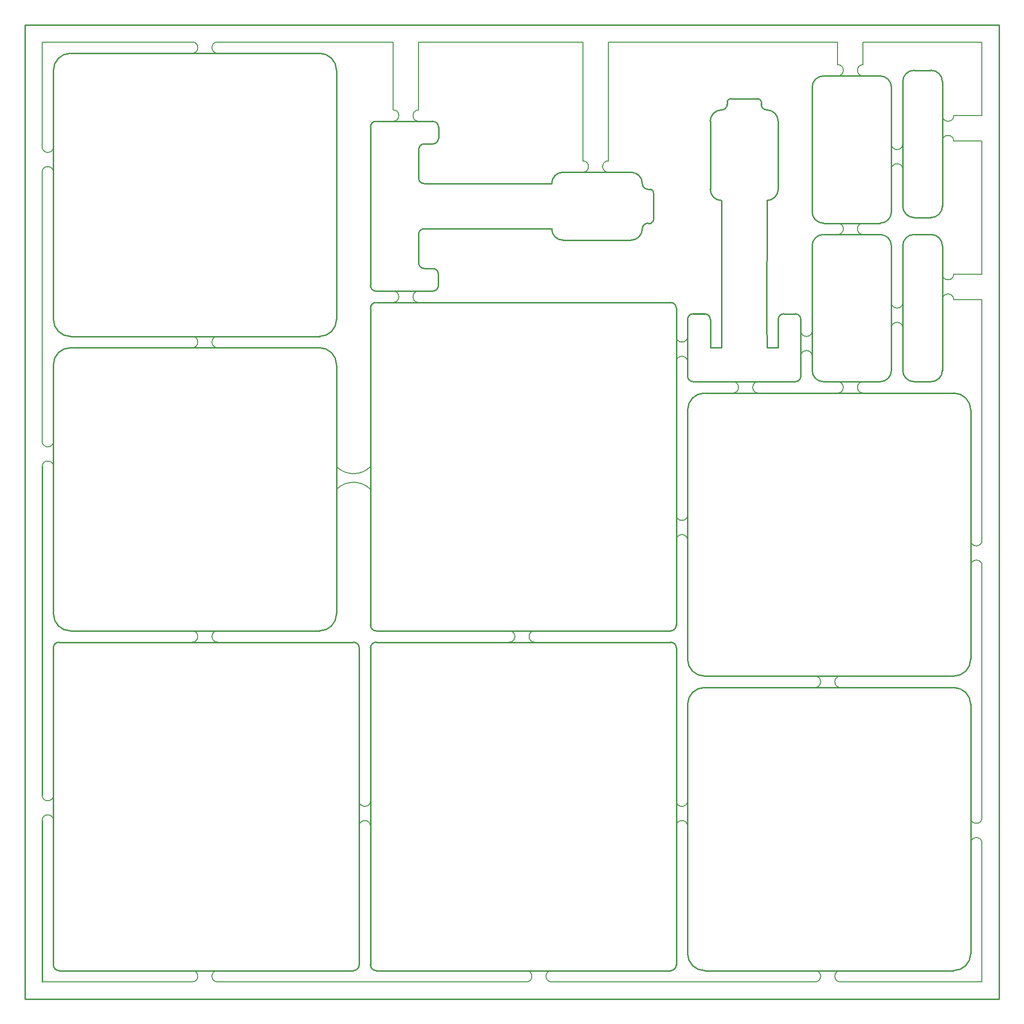
<source format=gko>
G04 Layer_Color=16711935*
%FSLAX44Y44*%
%MOMM*%
G71*
G01*
G75*
%ADD50C,0.2540*%
%ADD51C,0.2000*%
D50*
X620000Y630000D02*
G03*
X610000Y620000I0J-10000D01*
G01*
X1150000D02*
G03*
X1140000Y630000I-10000J0D01*
G01*
X610000Y60000D02*
G03*
X620000Y50000I10000J0D01*
G01*
X1140000D02*
G03*
X1150000Y60000I0J10000D01*
G01*
X580000Y50000D02*
G03*
X590000Y60000I0J10000D01*
G01*
X50000D02*
G03*
X60000Y50000I10000J0D01*
G01*
X590000Y620000D02*
G03*
X580000Y630000I-10000J0D01*
G01*
X60000D02*
G03*
X50000Y620000I0J-10000D01*
G01*
X610000Y660000D02*
G03*
X620000Y650000I10000J0D01*
G01*
X1140000D02*
G03*
X1150000Y660000I0J10000D01*
G01*
Y1220000D02*
G03*
X1140000Y1230000I-10000J-0D01*
G01*
X620000D02*
G03*
X610000Y1220000I0J-10000D01*
G01*
X1530000Y1330000D02*
G03*
X1510000Y1350000I-20000J0D01*
G01*
X1410000D02*
G03*
X1390000Y1330000I0J-20000D01*
G01*
X1510000Y1090000D02*
G03*
X1530000Y1110000I0J20000D01*
G01*
X1390000D02*
G03*
X1410000Y1090000I20000J0D01*
G01*
X1390000Y1390000D02*
G03*
X1410000Y1370000I20000J0D01*
G01*
X1510000D02*
G03*
X1530000Y1390000I0J20000D01*
G01*
X1410000Y1630000D02*
G03*
X1390000Y1610000I0J-20000D01*
G01*
X1530000D02*
G03*
X1510000Y1630000I-20000J0D01*
G01*
X1170000Y1100000D02*
G03*
X1180000Y1090000I10000J0D01*
G01*
Y1210000D02*
G03*
X1170000Y1200000I0J-10000D01*
G01*
X1210000Y1200000D02*
G03*
X1200000Y1210000I-10000J0D01*
G01*
X1340000Y1209915D02*
G03*
X1330000Y1199915I0J-10000D01*
G01*
X1370000Y1199915D02*
G03*
X1360000Y1209915I-10000J-0D01*
G01*
Y1089915D02*
G03*
X1370000Y1099915I0J10000D01*
G01*
X1300000Y1580000D02*
G03*
X1310000Y1570000I10000J0D01*
G01*
X1230000D02*
G03*
X1240000Y1580000I0J10000D01*
G01*
X1300108Y1585000D02*
G03*
X1293000Y1590000I-6740J-2029D01*
G01*
X1247000D02*
G03*
X1239893Y1585000I-368J-7029D01*
G01*
X1230000Y1570000D02*
G03*
X1210000Y1550000I0J-20000D01*
G01*
X1330000D02*
G03*
X1310000Y1570000I-20000J-0D01*
G01*
X1310000Y1410000D02*
G03*
X1330000Y1430000I0J20000D01*
G01*
X1210000D02*
G03*
X1230000Y1410000I20000J0D01*
G01*
X1570000Y1640000D02*
G03*
X1550000Y1620000I0J-20000D01*
G01*
X1620000Y1620000D02*
G03*
X1600000Y1640000I-20000J0D01*
G01*
Y1380000D02*
G03*
X1620000Y1400000I-0J20000D01*
G01*
X1550000Y1400000D02*
G03*
X1570000Y1380000I20000J-0D01*
G01*
Y1350000D02*
G03*
X1550000Y1330000I0J-20000D01*
G01*
X1620000Y1330000D02*
G03*
X1600000Y1350000I-20000J0D01*
G01*
Y1090000D02*
G03*
X1620000Y1110000I-0J20000D01*
G01*
X1550000Y1110000D02*
G03*
X1570000Y1090000I20000J-0D01*
G01*
X609915Y1260000D02*
G03*
X619915Y1250000I10000J0D01*
G01*
X719915D02*
G03*
X729915Y1260000I-0J10000D01*
G01*
X729915Y1280000D02*
G03*
X719915Y1290000I-10000J-0D01*
G01*
X695111Y1300000D02*
G03*
X704915Y1290000I9902J-99D01*
G01*
X705000Y1510000D02*
G03*
X695197Y1500000I99J-9902D01*
G01*
X720000Y1510000D02*
G03*
X730000Y1520000I0J10000D01*
G01*
X730000Y1540000D02*
G03*
X720000Y1550000I-10000J0D01*
G01*
X620000D02*
G03*
X610000Y1540000I0J-10000D01*
G01*
X705000Y1360215D02*
G03*
X695000Y1350215I0J-10000D01*
G01*
Y1449785D02*
G03*
X705000Y1439785I10000J0D01*
G01*
X1100000Y1370000D02*
G03*
X1090000Y1360000I0J-10000D01*
G01*
Y1440000D02*
G03*
X1100000Y1430000I10000J0D01*
G01*
X1105000Y1369892D02*
G03*
X1110000Y1377000I-2029J6740D01*
G01*
Y1423000D02*
G03*
X1105000Y1430107I-7029J368D01*
G01*
X1090000Y1440000D02*
G03*
X1070000Y1460000I-20000J0D01*
G01*
Y1340000D02*
G03*
X1090000Y1360000I-0J20000D01*
G01*
X930000Y1360000D02*
G03*
X950000Y1340000I20000J0D01*
G01*
Y1460000D02*
G03*
X930000Y1440000I0J-20000D01*
G01*
X900000Y630000D02*
X1140000Y630000D01*
X1150000Y350000D02*
X1150000Y620000D01*
X1150000Y305000D02*
X1150000Y60000D01*
X930000Y50000D02*
X1140000D01*
X620000D02*
X885000D01*
X610000Y305000D02*
X610000Y60000D01*
X610000Y350000D02*
X610000Y620000D01*
X620000Y630000D02*
X855000Y630000D01*
X0Y0D02*
Y1720000D01*
Y0D02*
X1075000D01*
X0Y1720000D02*
X1720000D01*
X1075000Y0D02*
X1720000D01*
Y1720000D01*
X60000Y50000D02*
X295000D01*
X50000Y315000D02*
X50000Y60000D01*
X50000Y360000D02*
X50000Y620000D01*
X60000Y630000D02*
X295000Y630000D01*
X340000D02*
X580000D01*
X610000Y900000D02*
X610000Y660000D01*
X590000Y350000D02*
X590000Y620000D01*
X590000Y305000D02*
X590000Y60000D01*
X340000Y50000D02*
X580000D01*
X30000Y360000D02*
Y940000D01*
Y30000D02*
Y315000D01*
X1530000Y1180000D02*
X1530000Y1110000D01*
Y1230000D02*
Y1330000D01*
Y1510000D02*
Y1610000D01*
X1530000Y1460000D02*
X1530000Y1390000D01*
X1390000D02*
Y1510000D01*
Y1610000D01*
X1330000Y1150000D02*
X1330000Y1184915D01*
X1309917Y1150000D02*
X1330000D01*
X1210000D02*
X1210000Y1185000D01*
X1210000Y1150000D02*
X1230149D01*
X1180000Y1210000D02*
X1200000Y1210000D01*
X1210000Y1200000D02*
X1210000Y1185000D01*
X1330000Y1184915D02*
X1330000Y1199915D01*
X1340000Y1209915D02*
X1360000Y1209915D01*
X1309642Y1194838D02*
X1309917Y1150000D01*
X1300000Y1580000D02*
X1300108Y1585000D01*
X1247000Y1590000D02*
X1293000D01*
X1239893Y1585000D02*
X1240000Y1580000D01*
X1210000Y1550000D02*
X1210000Y1430000D01*
X1330000D02*
Y1550000D01*
X1309642Y1194838D02*
X1310000Y1410000D01*
X1230000D02*
X1230149Y1150000D01*
X1570000Y1640000D02*
X1600000D01*
X1570000Y1380000D02*
X1600000D01*
X1570000Y1350000D02*
X1600000D01*
X1570000Y1090000D02*
X1600000D01*
X695000Y1350215D02*
X695111Y1300000D01*
X729915Y1260000D02*
X729915Y1280000D01*
X704915Y1290000D02*
X719915Y1290000D01*
X705000Y1510000D02*
X720000Y1510000D01*
X730000Y1540000D02*
X730000Y1520000D01*
X610000Y1400000D02*
X610000Y1260000D01*
X695085Y1449785D02*
X695197Y1500000D01*
X1100000Y1370000D02*
X1105000Y1369892D01*
X1110000Y1377000D02*
Y1423000D01*
X1100000Y1430000D02*
X1105000Y1430107D01*
X950000Y1340000D02*
X1070000D01*
X705000Y1360215D02*
X930000Y1360000D01*
X705000Y1439785D02*
X930000Y1440000D01*
X610000Y1400000D02*
X610000Y1540000D01*
X1170000Y600000D02*
G03*
X1200000Y570000I30000J0D01*
G01*
X1640000D02*
G03*
X1670000Y600000I0J30000D01*
G01*
Y1040000D02*
G03*
X1640000Y1070000I-30000J0D01*
G01*
X1200000D02*
G03*
X1170000Y1040000I0J-30000D01*
G01*
X1200000Y570000D02*
X1640000Y570000D01*
X1170000Y600000D02*
X1170000Y1040000D01*
X1670000D02*
X1670000Y600000D01*
X1200000Y1070000D02*
X1640000Y1070000D01*
X1200000Y550000D02*
G03*
X1170000Y520000I0J-30000D01*
G01*
X1670000D02*
G03*
X1640000Y550000I-30000J0D01*
G01*
Y50000D02*
G03*
X1670000Y80000I0J30000D01*
G01*
X1170000D02*
G03*
X1200000Y50000I30000J0D01*
G01*
Y550000D02*
X1640000Y550000D01*
X1670000Y520000D02*
X1670000Y80000D01*
X1170000D02*
X1170000Y520000D01*
X1200000Y50000D02*
X1640000Y50000D01*
X1140000Y650000D02*
G03*
X1150000Y660000I0J10000D01*
G01*
X610000D02*
G03*
X620000Y650000I10000J0D01*
G01*
X1150000Y1220000D02*
G03*
X1140000Y1230000I-10000J0D01*
G01*
X620000D02*
G03*
X610000Y1220000I0J-10000D01*
G01*
X620000Y650000D02*
X1140000D01*
X1150000Y660000D02*
Y1220000D01*
X610000Y660000D02*
Y1220000D01*
X620000Y1230000D02*
X1140000D01*
X520000Y650000D02*
G03*
X550000Y680000I0J30000D01*
G01*
Y1120000D02*
G03*
X520000Y1150000I-30000J0D01*
G01*
X50000Y680000D02*
G03*
X80000Y650000I30000J0D01*
G01*
Y1150000D02*
G03*
X50000Y1120000I0J-30000D01*
G01*
X80000Y1150000D02*
X520000Y1150000D01*
X50000Y680000D02*
X50000Y1120000D01*
X550000D02*
X550000Y680000D01*
X80000Y650000D02*
X520000Y650000D01*
X1140000Y50000D02*
G03*
X1150000Y60000I0J10000D01*
G01*
X610000D02*
G03*
X620000Y50000I10000J0D01*
G01*
X1150000Y620000D02*
G03*
X1140000Y630000I-10000J0D01*
G01*
X620000D02*
G03*
X610000Y620000I0J-10000D01*
G01*
X620000Y50000D02*
X1140000D01*
X1150000Y60000D02*
Y620000D01*
X610000Y60000D02*
Y620000D01*
X620000Y630000D02*
X1140000D01*
X550000Y1640000D02*
G03*
X520000Y1670000I-30000J0D01*
G01*
Y1170000D02*
G03*
X550000Y1200000I0J30000D01*
G01*
X50000D02*
G03*
X80000Y1170000I30000J0D01*
G01*
Y1670000D02*
G03*
X50000Y1640000I0J-30000D01*
G01*
X520000Y1170000D02*
X80000Y1170000D01*
X50000Y1640000D02*
X50000Y1200000D01*
X80000Y1670000D02*
X520000Y1670000D01*
X550000Y1640000D02*
X550000Y1200000D01*
X580000Y50000D02*
G03*
X590000Y60000I0J10000D01*
G01*
X50000D02*
G03*
X60000Y50000I10000J0D01*
G01*
X590000Y620000D02*
G03*
X580000Y630000I-10000J0D01*
G01*
X60000D02*
G03*
X50000Y620000I0J-10000D01*
G01*
X60000Y50000D02*
X580000D01*
X590000Y60000D02*
Y620000D01*
X50000Y60000D02*
Y620000D01*
X60000Y630000D02*
X580000D01*
X609905Y1260000D02*
G03*
X619905Y1250000I10000J0D01*
G01*
X719905D02*
G03*
X729905Y1260000I-0J10000D01*
G01*
X729905Y1280000D02*
G03*
X719905Y1290000I-10000J-0D01*
G01*
X695102Y1300000D02*
G03*
X704905Y1290000I9902J-99D01*
G01*
X704990Y1510000D02*
G03*
X695187Y1500000I99J-9902D01*
G01*
X719990Y1510000D02*
G03*
X729990Y1520000I0J10000D01*
G01*
X729990Y1540000D02*
G03*
X719990Y1550000I-10000J0D01*
G01*
X619990D02*
G03*
X609990Y1540000I0J-10000D01*
G01*
X704990Y1360215D02*
G03*
X694990Y1350215I0J-10000D01*
G01*
Y1449785D02*
G03*
X704990Y1439785I10000J0D01*
G01*
X1099990Y1370000D02*
G03*
X1089990Y1360000I0J-10000D01*
G01*
Y1440000D02*
G03*
X1099990Y1430000I10000J0D01*
G01*
X1104990Y1369893D02*
G03*
X1109990Y1377000I-2029J6740D01*
G01*
Y1423000D02*
G03*
X1104990Y1430108I-7029J368D01*
G01*
X1089990Y1440000D02*
G03*
X1069990Y1460000I-20000J0D01*
G01*
Y1340000D02*
G03*
X1089990Y1360000I-0J20000D01*
G01*
X929990Y1360000D02*
G03*
X949990Y1340000I20000J0D01*
G01*
Y1460000D02*
G03*
X929990Y1440000I0J-20000D01*
G01*
X695102Y1300000D02*
X694990Y1350215D01*
X719905Y1250000D02*
X619905D01*
X729905Y1260000D02*
X729905Y1280000D01*
X719905Y1290000D02*
X704905Y1290000D01*
X704990Y1510000D02*
X719990Y1510000D01*
X729990Y1520000D02*
X729990Y1540000D01*
X719990Y1550000D02*
X619990D01*
X609990Y1400000D02*
X609990Y1540000D01*
Y1260000D02*
X609990Y1400000D01*
X695076Y1449785D02*
X695187Y1500000D01*
X1104990Y1369893D02*
X1099990Y1370000D01*
X1109990Y1377000D02*
Y1423000D01*
X1099990Y1430000D02*
X1104990Y1430108D01*
X949990Y1460000D02*
X1069990Y1460000D01*
Y1340000D02*
X949990D01*
X929990Y1360000D02*
X704990Y1360215D01*
Y1439785D02*
X929990Y1440000D01*
X1170000Y1099990D02*
G03*
X1180000Y1089990I10000J0D01*
G01*
Y1209990D02*
G03*
X1170000Y1199990I0J-10000D01*
G01*
X1210000D02*
G03*
X1200000Y1209990I-10000J0D01*
G01*
X1340000Y1209905D02*
G03*
X1330000Y1199905I0J-10000D01*
G01*
X1370000Y1199905D02*
G03*
X1360000Y1209905I-10000J-0D01*
G01*
Y1089905D02*
G03*
X1370000Y1099905I0J10000D01*
G01*
X1300000Y1579990D02*
G03*
X1310000Y1569990I10000J0D01*
G01*
X1230000D02*
G03*
X1240000Y1579990I0J10000D01*
G01*
X1300107Y1584990D02*
G03*
X1293000Y1589990I-6740J-2029D01*
G01*
X1247000D02*
G03*
X1239892Y1584990I-368J-7029D01*
G01*
X1230000Y1569990D02*
G03*
X1210000Y1549990I-0J-20000D01*
G01*
X1330000D02*
G03*
X1310000Y1569990I-20000J-0D01*
G01*
X1310000Y1409990D02*
G03*
X1330000Y1429990I0J20000D01*
G01*
X1210000D02*
G03*
X1230000Y1409990I20000J0D01*
G01*
X1330000Y1184905D02*
X1330000Y1149990D01*
X1309917D01*
X1210000Y1184990D02*
X1210000Y1149990D01*
X1230149D02*
X1210000D01*
X1170000Y1199990D02*
Y1099990D01*
X1200000Y1209990D02*
X1180000Y1209990D01*
X1210000Y1184990D02*
X1210000Y1199990D01*
X1330000Y1199905D02*
X1330000Y1184905D01*
X1360000Y1209905D02*
X1340000Y1209905D01*
X1370000Y1199905D02*
Y1099905D01*
X1360000Y1089905D02*
X1180000Y1089990D01*
X1309917Y1149990D02*
X1309642Y1194828D01*
X1300107Y1584990D02*
X1300000Y1579990D01*
X1293000Y1589990D02*
X1247000D01*
X1240000Y1579990D02*
X1239892Y1584990D01*
X1210000Y1429990D02*
X1210000Y1549990D01*
X1330000D02*
Y1429990D01*
X1310000Y1409990D02*
X1309642Y1194828D01*
X1230149Y1149990D02*
X1230000Y1409990D01*
X1530000Y1330000D02*
G03*
X1510000Y1350000I-20000J0D01*
G01*
X1410000D02*
G03*
X1390000Y1330000I0J-20000D01*
G01*
X1510000Y1090000D02*
G03*
X1530000Y1110000I0J20000D01*
G01*
X1390000D02*
G03*
X1410000Y1090000I20000J0D01*
G01*
X1530000Y1110000D02*
Y1330000D01*
X1510000Y1350000D02*
X1410000D01*
X1390000Y1110000D02*
Y1330000D01*
X1510000Y1090000D02*
X1410000D01*
X1530000Y1610000D02*
G03*
X1510000Y1630000I-20000J0D01*
G01*
X1410000D02*
G03*
X1390000Y1610000I0J-20000D01*
G01*
X1510000Y1370000D02*
G03*
X1530000Y1390000I0J20000D01*
G01*
X1390000D02*
G03*
X1410000Y1370000I20000J0D01*
G01*
X1530000Y1390000D02*
Y1610000D01*
X1510000Y1630000D02*
X1410000D01*
X1390000Y1390000D02*
Y1610000D01*
X1510000Y1370000D02*
X1410000D01*
X1570000Y1350000D02*
G03*
X1550000Y1330000I0J-20000D01*
G01*
X1620000Y1330000D02*
G03*
X1600000Y1350000I-20000J0D01*
G01*
Y1090000D02*
G03*
X1620000Y1110000I-0J20000D01*
G01*
X1550000Y1110000D02*
G03*
X1570000Y1090000I20000J-0D01*
G01*
X1600000Y1350000D02*
X1570000D01*
X1600000Y1090000D02*
X1570000D01*
X1550000Y1110000D02*
Y1330000D01*
X1620000Y1110000D02*
Y1330000D01*
X1570000Y1640000D02*
G03*
X1550000Y1620000I0J-20000D01*
G01*
X1620000Y1620000D02*
G03*
X1600000Y1640000I-20000J0D01*
G01*
Y1380000D02*
G03*
X1620000Y1400000I-0J20000D01*
G01*
X1550000Y1400000D02*
G03*
X1570000Y1380000I20000J-0D01*
G01*
X1600000Y1640000D02*
X1570000D01*
X1600000Y1380000D02*
X1570000D01*
X1550000Y1400000D02*
Y1620000D01*
X1620000Y1400000D02*
Y1620000D01*
D51*
X930000Y50000D02*
G03*
X930000Y30000I0J-10000D01*
G01*
X885000D02*
G03*
X885000Y50000I0J10000D01*
G01*
X295000Y630000D02*
G03*
X295000Y650000I0J10000D01*
G01*
X340000D02*
G03*
X340000Y630000I0J-10000D01*
G01*
X295000Y30000D02*
G03*
X295000Y50000I0J10000D01*
G01*
X340000D02*
G03*
X340000Y30000I0J-10000D01*
G01*
X610000Y305000D02*
G03*
X590000Y305000I-10000J0D01*
G01*
Y350000D02*
G03*
X610000Y350000I10000J0D01*
G01*
X50000Y315000D02*
G03*
X30000Y315000I-10000J0D01*
G01*
Y360000D02*
G03*
X50000Y360000I10000J0D01*
G01*
X610000Y900000D02*
G03*
X550000Y900000I-30000J-30000D01*
G01*
X340000Y1170000D02*
G03*
X340000Y1150000I0J-10000D01*
G01*
X295000D02*
G03*
X295000Y1170000I0J10000D01*
G01*
X340000Y1690000D02*
G03*
X340000Y1670000I0J-10000D01*
G01*
X295000D02*
G03*
X295000Y1690000I0J10000D01*
G01*
X900000Y650000D02*
G03*
X900000Y630000I0J-10000D01*
G01*
X855000D02*
G03*
X855000Y650000I0J10000D01*
G01*
X1150000Y855000D02*
G03*
X1170000Y855000I10000J0D01*
G01*
Y810000D02*
G03*
X1150000Y810000I-10000J0D01*
G01*
X1395000Y550000D02*
G03*
X1395000Y570000I0J10000D01*
G01*
X1440000D02*
G03*
X1440000Y550000I0J-10000D01*
G01*
X1295000Y1090000D02*
G03*
X1295000Y1070000I0J-10000D01*
G01*
X1250000D02*
G03*
X1250000Y1090000I0J10000D01*
G01*
X695000Y1250000D02*
G03*
X695000Y1230000I0J-10000D01*
G01*
X650000D02*
G03*
X650000Y1250000I0J10000D01*
G01*
X50000Y940000D02*
G03*
X30000Y940000I-10000J0D01*
G01*
Y985000D02*
G03*
X50000Y985000I10000J0D01*
G01*
Y1460000D02*
G03*
X30000Y1460000I-10000J0D01*
G01*
Y1505000D02*
G03*
X50000Y1505000I10000J0D01*
G01*
X550000Y940000D02*
G03*
X610000Y940000I30000J30000D01*
G01*
X1395000Y30000D02*
G03*
X1395000Y50000I0J10000D01*
G01*
X1440000D02*
G03*
X1440000Y30000I0J-10000D01*
G01*
X1670000Y810000D02*
G03*
X1690000Y810000I10000J0D01*
G01*
Y765000D02*
G03*
X1670000Y765000I-10000J0D01*
G01*
Y320000D02*
G03*
X1690000Y320000I10000J0D01*
G01*
Y275000D02*
G03*
X1670000Y275000I-10000J0D01*
G01*
X1435000Y1070000D02*
G03*
X1435000Y1090000I0J10000D01*
G01*
X1480000D02*
G03*
X1480000Y1070000I0J-10000D01*
G01*
X1550000Y1185000D02*
G03*
X1530000Y1185000I-10000J0D01*
G01*
Y1230000D02*
G03*
X1550000Y1230000I10000J0D01*
G01*
X1480000Y1370000D02*
G03*
X1480000Y1350000I0J-10000D01*
G01*
X1435000D02*
G03*
X1435000Y1370000I0J10000D01*
G01*
X1530000Y1510000D02*
G03*
X1550000Y1510000I10000J0D01*
G01*
Y1465000D02*
G03*
X1530000Y1465000I-10000J0D01*
G01*
X1390000Y1135000D02*
G03*
X1370000Y1135000I-10000J0D01*
G01*
Y1180000D02*
G03*
X1390000Y1180000I10000J0D01*
G01*
X1170000Y1125000D02*
G03*
X1150000Y1125000I-10000J0D01*
G01*
Y1170000D02*
G03*
X1170000Y1170000I10000J0D01*
G01*
X1640000Y1515000D02*
G03*
X1620000Y1515000I-10000J0D01*
G01*
Y1560000D02*
G03*
X1640000Y1560000I10000J0D01*
G01*
Y1235000D02*
G03*
X1620000Y1235000I-10000J0D01*
G01*
Y1280000D02*
G03*
X1640000Y1280000I10000J0D01*
G01*
X1435000Y1630000D02*
G03*
X1435000Y1650000I0J10000D01*
G01*
X1480000D02*
G03*
X1480000Y1630000I0J-10000D01*
G01*
X1150000Y350000D02*
G03*
X1170000Y350000I10000J0D01*
G01*
Y305000D02*
G03*
X1150000Y305000I-10000J0D01*
G01*
X650000Y1550000D02*
G03*
X650000Y1570000I0J10000D01*
G01*
X695000D02*
G03*
X695000Y1550000I0J-10000D01*
G01*
X1030000Y1480000D02*
G03*
X1030000Y1460000I0J-10000D01*
G01*
X985000D02*
G03*
X985000Y1480000I0J10000D01*
G01*
X340000Y30000D02*
X885000D01*
X30000D02*
X295000D01*
X340000Y650000D02*
X520000D01*
X550000Y680000D02*
Y900000D01*
X340000Y1150000D02*
X520000D01*
X340000Y1670000D02*
X520000D01*
X340000Y1170000D02*
X520000D01*
X620000Y650000D02*
X855000D01*
X900000D02*
X1140000D01*
X1170000Y600000D02*
Y810000D01*
X1200000Y570000D02*
X1395000D01*
X1200000Y550000D02*
X1395000D01*
X1170000Y350000D02*
Y520000D01*
Y80000D02*
Y305000D01*
X1440000Y550000D02*
X1640000D01*
X1440000Y570000D02*
X1640000D01*
X1150000Y810000D02*
X1150000Y660000D01*
X1170000Y855000D02*
Y1040000D01*
X1200000Y1070000D02*
X1250000D01*
X1295000D02*
X1435000D01*
X1480000D02*
X1640000D01*
X50000Y985000D02*
Y1120000D01*
X30000Y985000D02*
Y1460000D01*
X50000Y1505000D02*
Y1640000D01*
X550000Y940000D02*
Y1120000D01*
X610000Y940000D02*
Y1220000D01*
X30000Y1505000D02*
Y1690000D01*
X295000D01*
X1440000Y50000D02*
X1640000D01*
X1200000D02*
X1395000D01*
X930000Y30000D02*
X1395000D01*
X1440000D02*
X1680000D01*
X1690000D01*
X1670000Y80000D02*
Y275000D01*
X1690000Y30000D02*
Y275000D01*
Y320000D02*
Y765000D01*
X1670000Y600000D02*
Y765000D01*
Y320000D02*
Y520000D01*
Y810000D02*
Y1040000D01*
X1480000Y1090000D02*
X1510000D01*
X1410000D02*
X1435000D01*
X1530000Y1180000D02*
X1530000Y1185000D01*
X1530000Y1460000D02*
X1530000Y1465000D01*
X1410000Y1370000D02*
X1435000D01*
X1480000D02*
X1510000D01*
X1410000Y1350000D02*
X1435000D01*
X1480000D02*
X1510000D01*
X1295000Y1090000D02*
X1360000Y1089905D01*
X1180000Y1090000D02*
X1250000D01*
X1390000Y1110000D02*
X1390000Y1135000D01*
X1370000D02*
X1370000Y1099915D01*
X1370000Y1180000D02*
X1370000Y1199905D01*
X1390000Y1330000D02*
X1390000Y1180000D01*
X1170000Y1170000D02*
Y1200000D01*
X1150000Y1170000D02*
Y1220000D01*
X1150000Y855000D02*
X1150000Y1125000D01*
X1170000Y1100000D02*
X1170000Y1125000D01*
X1550000Y1510000D02*
X1550000Y1620000D01*
X1550000Y1465000D02*
X1550000Y1400000D01*
X1550000Y1230000D02*
X1550000Y1330000D01*
X1550000Y1185000D02*
X1550000Y1110000D01*
X1620000Y1235000D02*
X1620000Y1110000D01*
X1620000Y1280000D02*
X1620000Y1330000D01*
X1620000Y1515000D02*
X1620000Y1400000D01*
X1620000Y1560000D02*
X1620000Y1620000D01*
X1640000Y1560000D02*
X1690000D01*
X1640000Y1515000D02*
X1690000Y1515000D01*
X1640000Y1280000D02*
X1690000D01*
X1640000Y1235000D02*
X1690000Y1235000D01*
Y1280000D02*
Y1515000D01*
Y1560000D02*
Y1690000D01*
Y810000D02*
Y1235000D01*
X1480000Y1630000D02*
X1510000D01*
X1410000D02*
X1435000D01*
Y1650000D02*
X1435000Y1690000D01*
X1480000Y1650000D02*
Y1690000D01*
X1690000D01*
X620000Y1230000D02*
X650000D01*
X620000Y1250000D02*
X650000Y1250000D01*
X695000D02*
X719905D01*
X695000Y1230000D02*
X1140000D01*
X550000Y1200000D02*
Y1640000D01*
X620000Y1550000D02*
X650000D01*
Y1570000D02*
Y1690000D01*
X340000D02*
X650000D01*
X695000D02*
X695000Y1570000D01*
Y1550000D02*
X719990Y1550000D01*
X1030000Y1460000D02*
X1070000D01*
X950000D02*
X985000D01*
X1030000Y1480000D02*
Y1690000D01*
X985000Y1480000D02*
X985000Y1690000D01*
X695000D02*
X985000D01*
X1030000D02*
X1435000D01*
M02*

</source>
